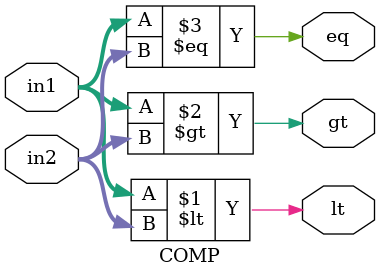
<source format=v>
`timescale 1ns/1ps

module COMP(lt, gt, eq, in1, in2);
    input [15:0] in1, in2;
    output lt, gt, eq;
    
    assign lt= (in1<in2);
    assign gt= (in1>in2);
    assign eq= (in1==in2);

endmodule
</source>
